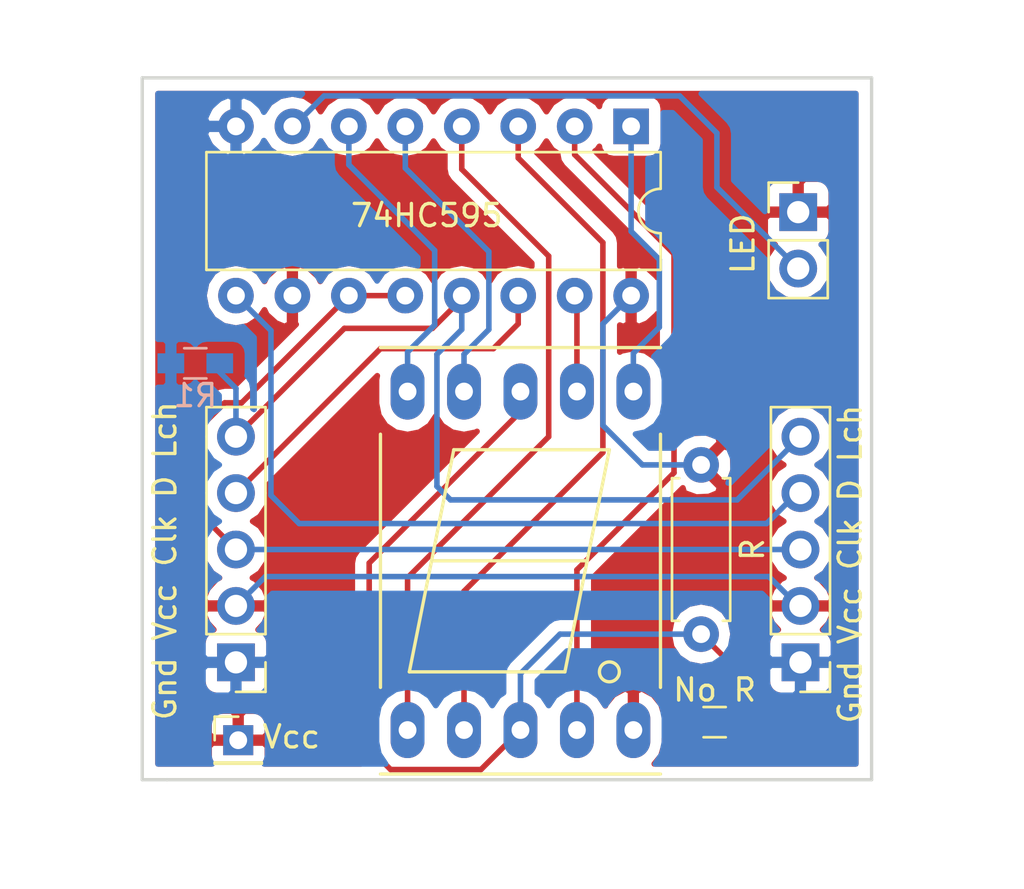
<source format=kicad_pcb>
(kicad_pcb (version 4) (host pcbnew 4.0.7)

  (general
    (links 30)
    (no_connects 0)
    (area 151.816999 75.362999 184.783801 107.110601)
    (thickness 1.6)
    (drawings 5)
    (tracks 88)
    (zones 0)
    (modules 9)
    (nets 16)
  )

  (page A4)
  (layers
    (0 F.Cu signal)
    (31 B.Cu signal)
    (32 B.Adhes user)
    (33 F.Adhes user)
    (34 B.Paste user)
    (35 F.Paste user)
    (36 B.SilkS user)
    (37 F.SilkS user)
    (38 B.Mask user)
    (39 F.Mask user)
    (40 Dwgs.User user)
    (41 Cmts.User user)
    (42 Eco1.User user)
    (43 Eco2.User user)
    (44 Edge.Cuts user)
    (45 Margin user)
    (46 B.CrtYd user)
    (47 F.CrtYd user)
    (48 B.Fab user)
    (49 F.Fab user)
  )

  (setup
    (last_trace_width 0.25)
    (trace_clearance 0.2)
    (zone_clearance 0.508)
    (zone_45_only no)
    (trace_min 0.2)
    (segment_width 0.2)
    (edge_width 0.15)
    (via_size 0.6)
    (via_drill 0.4)
    (via_min_size 0.4)
    (via_min_drill 0.3)
    (uvia_size 0.3)
    (uvia_drill 0.1)
    (uvias_allowed no)
    (uvia_min_size 0.2)
    (uvia_min_drill 0.1)
    (pcb_text_width 0.3)
    (pcb_text_size 1.5 1.5)
    (mod_edge_width 0.15)
    (mod_text_size 1 1)
    (mod_text_width 0.15)
    (pad_size 1.524 1.524)
    (pad_drill 0.762)
    (pad_to_mask_clearance 0.2)
    (aux_axis_origin 0 0)
    (visible_elements 7FFFFFFF)
    (pcbplotparams
      (layerselection 0x010fc_80000001)
      (usegerberextensions false)
      (excludeedgelayer true)
      (linewidth 0.100000)
      (plotframeref false)
      (viasonmask false)
      (mode 1)
      (useauxorigin false)
      (hpglpennumber 1)
      (hpglpenspeed 20)
      (hpglpendiameter 15)
      (hpglpenoverlay 2)
      (psnegative false)
      (psa4output false)
      (plotreference true)
      (plotvalue true)
      (plotinvisibletext false)
      (padsonsilk false)
      (subtractmaskfromsilk false)
      (outputformat 1)
      (mirror false)
      (drillshape 0)
      (scaleselection 1)
      (outputdirectory gerber/))
  )

  (net 0 "")
  (net 1 "Net-(J1-Pad3)")
  (net 2 Vcc)
  (net 3 GND)
  (net 4 "Net-(J2-Pad2)")
  (net 5 "Net-(J3-Pad4)")
  (net 6 "Net-(U1-Pad1)")
  (net 7 "Net-(U1-Pad2)")
  (net 8 "Net-(U1-Pad3)")
  (net 9 "Net-(U1-Pad4)")
  (net 10 "Net-(U1-Pad5)")
  (net 11 "Net-(U1-Pad6)")
  (net 12 "Net-(U1-Pad15)")
  (net 13 "Net-(J1-Pad4)")
  (net 14 "Net-(J1-Pad5)")
  (net 15 "Net-(R2-Pad2)")

  (net_class Default "This is the default net class."
    (clearance 0.2)
    (trace_width 0.25)
    (via_dia 0.6)
    (via_drill 0.4)
    (uvia_dia 0.3)
    (uvia_drill 0.1)
    (add_net GND)
    (add_net "Net-(J1-Pad3)")
    (add_net "Net-(J1-Pad4)")
    (add_net "Net-(J1-Pad5)")
    (add_net "Net-(J2-Pad2)")
    (add_net "Net-(J3-Pad4)")
    (add_net "Net-(R2-Pad2)")
    (add_net "Net-(U1-Pad1)")
    (add_net "Net-(U1-Pad15)")
    (add_net "Net-(U1-Pad2)")
    (add_net "Net-(U1-Pad3)")
    (add_net "Net-(U1-Pad4)")
    (add_net "Net-(U1-Pad5)")
    (add_net "Net-(U1-Pad6)")
    (add_net Vcc)
  )

  (module Socket_Strips:Socket_Strip_Straight_1x02_Pitch2.54mm (layer F.Cu) (tedit 5C0A1164) (tstamp 5C00CD56)
    (at 181.4068 81.4832)
    (descr "Through hole straight socket strip, 1x02, 2.54mm pitch, single row")
    (tags "Through hole socket strip THT 1x02 2.54mm single row")
    (path /5C0090F2)
    (fp_text reference LED (at -2.4892 1.4224 90) (layer F.SilkS)
      (effects (font (size 1 1) (thickness 0.15)))
    )
    (fp_text value Conn_01x02 (at 0 4.87) (layer F.Fab)
      (effects (font (size 1 1) (thickness 0.15)))
    )
    (fp_line (start -1.27 -1.27) (end -1.27 3.81) (layer F.Fab) (width 0.1))
    (fp_line (start -1.27 3.81) (end 1.27 3.81) (layer F.Fab) (width 0.1))
    (fp_line (start 1.27 3.81) (end 1.27 -1.27) (layer F.Fab) (width 0.1))
    (fp_line (start 1.27 -1.27) (end -1.27 -1.27) (layer F.Fab) (width 0.1))
    (fp_line (start -1.33 1.27) (end -1.33 3.87) (layer F.SilkS) (width 0.12))
    (fp_line (start -1.33 3.87) (end 1.33 3.87) (layer F.SilkS) (width 0.12))
    (fp_line (start 1.33 3.87) (end 1.33 1.27) (layer F.SilkS) (width 0.12))
    (fp_line (start 1.33 1.27) (end -1.33 1.27) (layer F.SilkS) (width 0.12))
    (fp_line (start -1.33 0) (end -1.33 -1.33) (layer F.SilkS) (width 0.12))
    (fp_line (start -1.33 -1.33) (end 0 -1.33) (layer F.SilkS) (width 0.12))
    (fp_line (start -1.8 -1.8) (end -1.8 4.35) (layer F.CrtYd) (width 0.05))
    (fp_line (start -1.8 4.35) (end 1.8 4.35) (layer F.CrtYd) (width 0.05))
    (fp_line (start 1.8 4.35) (end 1.8 -1.8) (layer F.CrtYd) (width 0.05))
    (fp_line (start 1.8 -1.8) (end -1.8 -1.8) (layer F.CrtYd) (width 0.05))
    (fp_text user %R (at 0 -2.33) (layer F.Fab)
      (effects (font (size 1 1) (thickness 0.15)))
    )
    (pad 1 thru_hole rect (at 0 0) (size 1.7 1.7) (drill 1) (layers *.Cu *.Mask)
      (net 2 Vcc))
    (pad 2 thru_hole oval (at 0 2.54) (size 1.7 1.7) (drill 1) (layers *.Cu *.Mask)
      (net 4 "Net-(J2-Pad2)"))
    (model ${KISYS3DMOD}/Socket_Strips.3dshapes/Socket_Strip_Straight_1x02_Pitch2.54mm.wrl
      (at (xyz 0 -0.05 0))
      (scale (xyz 1 1 1))
      (rotate (xyz 0 0 270))
    )
  )

  (module Socket_Strips:Socket_Strip_Straight_1x05_Pitch2.54mm (layer F.Cu) (tedit 5C0A113A) (tstamp 5C00CD5F)
    (at 181.5084 101.7524 180)
    (descr "Through hole straight socket strip, 1x05, 2.54mm pitch, single row")
    (tags "Through hole socket strip THT 1x05 2.54mm single row")
    (path /5C009174)
    (fp_text reference "Gnd Vcc Clk D Lch" (at -2.2352 4.4196 270) (layer F.SilkS)
      (effects (font (size 1 1) (thickness 0.15)))
    )
    (fp_text value Conn_01x05 (at 0 12.49 180) (layer F.Fab)
      (effects (font (size 1 1) (thickness 0.15)))
    )
    (fp_line (start -1.27 -1.27) (end -1.27 11.43) (layer F.Fab) (width 0.1))
    (fp_line (start -1.27 11.43) (end 1.27 11.43) (layer F.Fab) (width 0.1))
    (fp_line (start 1.27 11.43) (end 1.27 -1.27) (layer F.Fab) (width 0.1))
    (fp_line (start 1.27 -1.27) (end -1.27 -1.27) (layer F.Fab) (width 0.1))
    (fp_line (start -1.33 1.27) (end -1.33 11.49) (layer F.SilkS) (width 0.12))
    (fp_line (start -1.33 11.49) (end 1.33 11.49) (layer F.SilkS) (width 0.12))
    (fp_line (start 1.33 11.49) (end 1.33 1.27) (layer F.SilkS) (width 0.12))
    (fp_line (start 1.33 1.27) (end -1.33 1.27) (layer F.SilkS) (width 0.12))
    (fp_line (start -1.33 0) (end -1.33 -1.33) (layer F.SilkS) (width 0.12))
    (fp_line (start -1.33 -1.33) (end 0 -1.33) (layer F.SilkS) (width 0.12))
    (fp_line (start -1.8 -1.8) (end -1.8 11.95) (layer F.CrtYd) (width 0.05))
    (fp_line (start -1.8 11.95) (end 1.8 11.95) (layer F.CrtYd) (width 0.05))
    (fp_line (start 1.8 11.95) (end 1.8 -1.8) (layer F.CrtYd) (width 0.05))
    (fp_line (start 1.8 -1.8) (end -1.8 -1.8) (layer F.CrtYd) (width 0.05))
    (fp_text user %R (at 0 -2.33 180) (layer F.Fab)
      (effects (font (size 1 1) (thickness 0.15)))
    )
    (pad 1 thru_hole rect (at 0 0 180) (size 1.7 1.7) (drill 1) (layers *.Cu *.Mask)
      (net 3 GND))
    (pad 2 thru_hole oval (at 0 2.54 180) (size 1.7 1.7) (drill 1) (layers *.Cu *.Mask)
      (net 2 Vcc))
    (pad 3 thru_hole oval (at 0 5.08 180) (size 1.7 1.7) (drill 1) (layers *.Cu *.Mask)
      (net 1 "Net-(J1-Pad3)"))
    (pad 4 thru_hole oval (at 0 7.62 180) (size 1.7 1.7) (drill 1) (layers *.Cu *.Mask)
      (net 5 "Net-(J3-Pad4)"))
    (pad 5 thru_hole oval (at 0 10.16 180) (size 1.7 1.7) (drill 1) (layers *.Cu *.Mask)
      (net 14 "Net-(J1-Pad5)"))
    (model ${KISYS3DMOD}/Socket_Strips.3dshapes/Socket_Strip_Straight_1x05_Pitch2.54mm.wrl
      (at (xyz 0 -0.2 0))
      (scale (xyz 1 1 1))
      (rotate (xyz 0 0 270))
    )
  )

  (module Housings_DIP:DIP-16_W7.62mm (layer F.Cu) (tedit 5C0A1154) (tstamp 5C00CD79)
    (at 173.8884 77.6224 270)
    (descr "16-lead though-hole mounted DIP package, row spacing 7.62 mm (300 mils)")
    (tags "THT DIP DIL PDIP 2.54mm 7.62mm 300mil")
    (path /5C0090C1)
    (fp_text reference 74HC595 (at 4.0132 9.1948 360) (layer F.SilkS)
      (effects (font (size 1 1) (thickness 0.15)))
    )
    (fp_text value 74HC595 (at 3.81 20.11 270) (layer F.Fab)
      (effects (font (size 1 1) (thickness 0.15)))
    )
    (fp_arc (start 3.81 -1.33) (end 2.81 -1.33) (angle -180) (layer F.SilkS) (width 0.12))
    (fp_line (start 1.635 -1.27) (end 6.985 -1.27) (layer F.Fab) (width 0.1))
    (fp_line (start 6.985 -1.27) (end 6.985 19.05) (layer F.Fab) (width 0.1))
    (fp_line (start 6.985 19.05) (end 0.635 19.05) (layer F.Fab) (width 0.1))
    (fp_line (start 0.635 19.05) (end 0.635 -0.27) (layer F.Fab) (width 0.1))
    (fp_line (start 0.635 -0.27) (end 1.635 -1.27) (layer F.Fab) (width 0.1))
    (fp_line (start 2.81 -1.33) (end 1.16 -1.33) (layer F.SilkS) (width 0.12))
    (fp_line (start 1.16 -1.33) (end 1.16 19.11) (layer F.SilkS) (width 0.12))
    (fp_line (start 1.16 19.11) (end 6.46 19.11) (layer F.SilkS) (width 0.12))
    (fp_line (start 6.46 19.11) (end 6.46 -1.33) (layer F.SilkS) (width 0.12))
    (fp_line (start 6.46 -1.33) (end 4.81 -1.33) (layer F.SilkS) (width 0.12))
    (fp_line (start -1.1 -1.55) (end -1.1 19.3) (layer F.CrtYd) (width 0.05))
    (fp_line (start -1.1 19.3) (end 8.7 19.3) (layer F.CrtYd) (width 0.05))
    (fp_line (start 8.7 19.3) (end 8.7 -1.55) (layer F.CrtYd) (width 0.05))
    (fp_line (start 8.7 -1.55) (end -1.1 -1.55) (layer F.CrtYd) (width 0.05))
    (fp_text user %R (at 3.81 8.89 270) (layer F.Fab)
      (effects (font (size 1 1) (thickness 0.15)))
    )
    (pad 1 thru_hole rect (at 0 0 270) (size 1.6 1.6) (drill 0.8) (layers *.Cu *.Mask)
      (net 6 "Net-(U1-Pad1)"))
    (pad 9 thru_hole oval (at 7.62 17.78 270) (size 1.6 1.6) (drill 0.8) (layers *.Cu *.Mask)
      (net 5 "Net-(J3-Pad4)"))
    (pad 2 thru_hole oval (at 0 2.54 270) (size 1.6 1.6) (drill 0.8) (layers *.Cu *.Mask)
      (net 7 "Net-(U1-Pad2)"))
    (pad 10 thru_hole oval (at 7.62 15.24 270) (size 1.6 1.6) (drill 0.8) (layers *.Cu *.Mask)
      (net 2 Vcc))
    (pad 3 thru_hole oval (at 0 5.08 270) (size 1.6 1.6) (drill 0.8) (layers *.Cu *.Mask)
      (net 8 "Net-(U1-Pad3)"))
    (pad 11 thru_hole oval (at 7.62 12.7 270) (size 1.6 1.6) (drill 0.8) (layers *.Cu *.Mask)
      (net 1 "Net-(J1-Pad3)"))
    (pad 4 thru_hole oval (at 0 7.62 270) (size 1.6 1.6) (drill 0.8) (layers *.Cu *.Mask)
      (net 9 "Net-(U1-Pad4)"))
    (pad 12 thru_hole oval (at 7.62 10.16 270) (size 1.6 1.6) (drill 0.8) (layers *.Cu *.Mask)
      (net 1 "Net-(J1-Pad3)"))
    (pad 5 thru_hole oval (at 0 10.16 270) (size 1.6 1.6) (drill 0.8) (layers *.Cu *.Mask)
      (net 10 "Net-(U1-Pad5)"))
    (pad 13 thru_hole oval (at 7.62 7.62 270) (size 1.6 1.6) (drill 0.8) (layers *.Cu *.Mask)
      (net 14 "Net-(J1-Pad5)"))
    (pad 6 thru_hole oval (at 0 12.7 270) (size 1.6 1.6) (drill 0.8) (layers *.Cu *.Mask)
      (net 11 "Net-(U1-Pad6)"))
    (pad 14 thru_hole oval (at 7.62 5.08 270) (size 1.6 1.6) (drill 0.8) (layers *.Cu *.Mask)
      (net 13 "Net-(J1-Pad4)"))
    (pad 7 thru_hole oval (at 0 15.24 270) (size 1.6 1.6) (drill 0.8) (layers *.Cu *.Mask)
      (net 4 "Net-(J2-Pad2)"))
    (pad 15 thru_hole oval (at 7.62 2.54 270) (size 1.6 1.6) (drill 0.8) (layers *.Cu *.Mask)
      (net 12 "Net-(U1-Pad15)"))
    (pad 8 thru_hole oval (at 0 17.78 270) (size 1.6 1.6) (drill 0.8) (layers *.Cu *.Mask)
      (net 3 GND))
    (pad 16 thru_hole oval (at 7.62 0 270) (size 1.6 1.6) (drill 0.8) (layers *.Cu *.Mask)
      (net 2 Vcc))
    (model ${KISYS3DMOD}/Housings_DIP.3dshapes/DIP-16_W7.62mm.wrl
      (at (xyz 0 0 0))
      (scale (xyz 1 1 1))
      (rotate (xyz 0 0 0))
    )
  )

  (module Displays_7-Segment:7SegmentLED_LTS6760_LTS6780 (layer F.Cu) (tedit 5C0A1146) (tstamp 5C00CD87)
    (at 168.91 97.1804)
    (path /5C00908C)
    (fp_text reference U2 (at -9.5 -5.8) (layer F.SilkS) hide
      (effects (font (size 1 1) (thickness 0.15)))
    )
    (fp_text value 7SEGMENT_CA (at -0.4 12) (layer F.Fab)
      (effects (font (size 1 1) (thickness 0.15)))
    )
    (fp_circle (center 4 5) (end 4.4 5.2) (layer F.SilkS) (width 0.15))
    (fp_line (start -3 -5) (end -4 0) (layer F.SilkS) (width 0.15))
    (fp_line (start -4 0) (end -5 5) (layer F.SilkS) (width 0.15))
    (fp_line (start -5 5) (end 2 5) (layer F.SilkS) (width 0.15))
    (fp_line (start 2 5) (end 3 0) (layer F.SilkS) (width 0.15))
    (fp_line (start 4 -5) (end 3 0) (layer F.SilkS) (width 0.15))
    (fp_line (start 3 0) (end -4 0) (layer F.SilkS) (width 0.15))
    (fp_line (start -3 -5) (end 4 -5) (layer F.SilkS) (width 0.15))
    (fp_line (start 6.3 9.6) (end -6.3 9.6) (layer F.SilkS) (width 0.15))
    (fp_line (start -6.3 -5.7) (end -6.3 5.7) (layer F.SilkS) (width 0.15))
    (fp_line (start 6.3 -5.7) (end 6.3 5.7) (layer F.SilkS) (width 0.15))
    (fp_line (start -6.3 -9.6) (end 6.3 -9.6) (layer F.SilkS) (width 0.15))
    (pad 1 thru_hole oval (at -5.08 7.62) (size 1.524 2.524) (drill 0.8) (layers *.Cu *.Mask)
      (net 9 "Net-(U1-Pad4)"))
    (pad 2 thru_hole oval (at -2.54 7.62) (size 1.524 2.524) (drill 0.8) (layers *.Cu *.Mask)
      (net 8 "Net-(U1-Pad3)"))
    (pad 3 thru_hole oval (at 0 7.62) (size 1.524 2.524) (drill 0.8) (layers *.Cu *.Mask)
      (net 15 "Net-(R2-Pad2)"))
    (pad 4 thru_hole oval (at 2.54 7.62) (size 1.524 2.524) (drill 0.8) (layers *.Cu *.Mask)
      (net 7 "Net-(U1-Pad2)"))
    (pad 5 thru_hole oval (at 5.08 7.62) (size 1.524 2.524) (drill 0.8) (layers *.Cu *.Mask)
      (net 2 Vcc))
    (pad 6 thru_hole oval (at 5.08 -7.62) (size 1.524 2.524) (drill 0.8) (layers *.Cu *.Mask)
      (net 6 "Net-(U1-Pad1)"))
    (pad 7 thru_hole oval (at 2.54 -7.62) (size 1.524 2.524) (drill 0.8) (layers *.Cu *.Mask)
      (net 12 "Net-(U1-Pad15)"))
    (pad 8 thru_hole oval (at 0 -7.62) (size 1.524 2.524) (drill 0.8) (layers *.Cu *.Mask)
      (net 15 "Net-(R2-Pad2)"))
    (pad 9 thru_hole oval (at -2.54 -7.62) (size 1.524 2.524) (drill 0.8) (layers *.Cu *.Mask)
      (net 10 "Net-(U1-Pad5)"))
    (pad 10 thru_hole oval (at -5.08 -7.62) (size 1.524 2.524) (drill 0.8) (layers *.Cu *.Mask)
      (net 11 "Net-(U1-Pad6)"))
    (model Displays_7-Segment.3dshapes/7SegmentLED_LTS6760_LTS6780.wrl
      (at (xyz 0 0 0))
      (scale (xyz 0.3937 0.3937 0.3937))
      (rotate (xyz 0 0 0))
    )
  )

  (module Socket_Strips:Socket_Strip_Straight_1x05_Pitch2.54mm (layer F.Cu) (tedit 5C0A1129) (tstamp 5C00CFCC)
    (at 156.1084 101.7524 180)
    (descr "Through hole straight socket strip, 1x05, 2.54mm pitch, single row")
    (tags "Through hole socket strip THT 1x05 2.54mm single row")
    (path /5C009129)
    (fp_text reference "Gnd Vcc Clk D Lch" (at 3.2004 4.572 270) (layer F.SilkS)
      (effects (font (size 1 1) (thickness 0.15)))
    )
    (fp_text value Conn_01x05 (at 0 12.49 180) (layer F.Fab)
      (effects (font (size 1 1) (thickness 0.15)))
    )
    (fp_line (start -1.27 -1.27) (end -1.27 11.43) (layer F.Fab) (width 0.1))
    (fp_line (start -1.27 11.43) (end 1.27 11.43) (layer F.Fab) (width 0.1))
    (fp_line (start 1.27 11.43) (end 1.27 -1.27) (layer F.Fab) (width 0.1))
    (fp_line (start 1.27 -1.27) (end -1.27 -1.27) (layer F.Fab) (width 0.1))
    (fp_line (start -1.33 1.27) (end -1.33 11.49) (layer F.SilkS) (width 0.12))
    (fp_line (start -1.33 11.49) (end 1.33 11.49) (layer F.SilkS) (width 0.12))
    (fp_line (start 1.33 11.49) (end 1.33 1.27) (layer F.SilkS) (width 0.12))
    (fp_line (start 1.33 1.27) (end -1.33 1.27) (layer F.SilkS) (width 0.12))
    (fp_line (start -1.33 0) (end -1.33 -1.33) (layer F.SilkS) (width 0.12))
    (fp_line (start -1.33 -1.33) (end 0 -1.33) (layer F.SilkS) (width 0.12))
    (fp_line (start -1.8 -1.8) (end -1.8 11.95) (layer F.CrtYd) (width 0.05))
    (fp_line (start -1.8 11.95) (end 1.8 11.95) (layer F.CrtYd) (width 0.05))
    (fp_line (start 1.8 11.95) (end 1.8 -1.8) (layer F.CrtYd) (width 0.05))
    (fp_line (start 1.8 -1.8) (end -1.8 -1.8) (layer F.CrtYd) (width 0.05))
    (fp_text user %R (at 0 -2.33 180) (layer F.Fab)
      (effects (font (size 1 1) (thickness 0.15)))
    )
    (pad 1 thru_hole rect (at 0 0 180) (size 1.7 1.7) (drill 1) (layers *.Cu *.Mask)
      (net 3 GND))
    (pad 2 thru_hole oval (at 0 2.54 180) (size 1.7 1.7) (drill 1) (layers *.Cu *.Mask)
      (net 2 Vcc))
    (pad 3 thru_hole oval (at 0 5.08 180) (size 1.7 1.7) (drill 1) (layers *.Cu *.Mask)
      (net 1 "Net-(J1-Pad3)"))
    (pad 4 thru_hole oval (at 0 7.62 180) (size 1.7 1.7) (drill 1) (layers *.Cu *.Mask)
      (net 13 "Net-(J1-Pad4)"))
    (pad 5 thru_hole oval (at 0 10.16 180) (size 1.7 1.7) (drill 1) (layers *.Cu *.Mask)
      (net 14 "Net-(J1-Pad5)"))
    (model ${KISYS3DMOD}/Socket_Strips.3dshapes/Socket_Strip_Straight_1x05_Pitch2.54mm.wrl
      (at (xyz 0 -0.2 0))
      (scale (xyz 1 1 1))
      (rotate (xyz 0 0 270))
    )
  )

  (module Resistors_SMD:R_0603_HandSoldering (layer B.Cu) (tedit 5C0A1184) (tstamp 5C08D34B)
    (at 154.2796 88.2904)
    (descr "Resistor SMD 0603, hand soldering")
    (tags "resistor 0603")
    (path /5C00CE74)
    (attr smd)
    (fp_text reference R1 (at 0 1.45) (layer B.SilkS)
      (effects (font (size 1 1) (thickness 0.15)) (justify mirror))
    )
    (fp_text value "No Lch" (at 0 -1.55) (layer B.Fab)
      (effects (font (size 1 1) (thickness 0.15)) (justify mirror))
    )
    (fp_text user %R (at 0 0) (layer B.Fab)
      (effects (font (size 0.4 0.4) (thickness 0.075)) (justify mirror))
    )
    (fp_line (start -0.8 -0.4) (end -0.8 0.4) (layer B.Fab) (width 0.1))
    (fp_line (start 0.8 -0.4) (end -0.8 -0.4) (layer B.Fab) (width 0.1))
    (fp_line (start 0.8 0.4) (end 0.8 -0.4) (layer B.Fab) (width 0.1))
    (fp_line (start -0.8 0.4) (end 0.8 0.4) (layer B.Fab) (width 0.1))
    (fp_line (start 0.5 -0.68) (end -0.5 -0.68) (layer B.SilkS) (width 0.12))
    (fp_line (start -0.5 0.68) (end 0.5 0.68) (layer B.SilkS) (width 0.12))
    (fp_line (start -1.96 0.7) (end 1.95 0.7) (layer B.CrtYd) (width 0.05))
    (fp_line (start -1.96 0.7) (end -1.96 -0.7) (layer B.CrtYd) (width 0.05))
    (fp_line (start 1.95 -0.7) (end 1.95 0.7) (layer B.CrtYd) (width 0.05))
    (fp_line (start 1.95 -0.7) (end -1.96 -0.7) (layer B.CrtYd) (width 0.05))
    (pad 1 smd rect (at -1.1 0) (size 1.2 0.9) (layers B.Cu B.Paste B.Mask)
      (net 3 GND))
    (pad 2 smd rect (at 1.1 0) (size 1.2 0.9) (layers B.Cu B.Paste B.Mask)
      (net 14 "Net-(J1-Pad5)"))
    (model ${KISYS3DMOD}/Resistors_SMD.3dshapes/R_0603.wrl
      (at (xyz 0 0 0))
      (scale (xyz 1 1 1))
      (rotate (xyz 0 0 0))
    )
  )

  (module Resistors_THT:R_Axial_DIN0207_L6.3mm_D2.5mm_P7.62mm_Horizontal (layer F.Cu) (tedit 5C0A116A) (tstamp 5C08D361)
    (at 177.038 92.8624 270)
    (descr "Resistor, Axial_DIN0207 series, Axial, Horizontal, pin pitch=7.62mm, 0.25W = 1/4W, length*diameter=6.3*2.5mm^2, http://cdn-reichelt.de/documents/datenblatt/B400/1_4W%23YAG.pdf")
    (tags "Resistor Axial_DIN0207 series Axial Horizontal pin pitch 7.62mm 0.25W = 1/4W length 6.3mm diameter 2.5mm")
    (path /5C08D24F)
    (fp_text reference R (at 3.81 -2.31 270) (layer F.SilkS)
      (effects (font (size 1 1) (thickness 0.15)))
    )
    (fp_text value 50 (at 3.81 2.31 270) (layer F.Fab)
      (effects (font (size 1 1) (thickness 0.15)))
    )
    (fp_line (start 0.66 -1.25) (end 0.66 1.25) (layer F.Fab) (width 0.1))
    (fp_line (start 0.66 1.25) (end 6.96 1.25) (layer F.Fab) (width 0.1))
    (fp_line (start 6.96 1.25) (end 6.96 -1.25) (layer F.Fab) (width 0.1))
    (fp_line (start 6.96 -1.25) (end 0.66 -1.25) (layer F.Fab) (width 0.1))
    (fp_line (start 0 0) (end 0.66 0) (layer F.Fab) (width 0.1))
    (fp_line (start 7.62 0) (end 6.96 0) (layer F.Fab) (width 0.1))
    (fp_line (start 0.6 -0.98) (end 0.6 -1.31) (layer F.SilkS) (width 0.12))
    (fp_line (start 0.6 -1.31) (end 7.02 -1.31) (layer F.SilkS) (width 0.12))
    (fp_line (start 7.02 -1.31) (end 7.02 -0.98) (layer F.SilkS) (width 0.12))
    (fp_line (start 0.6 0.98) (end 0.6 1.31) (layer F.SilkS) (width 0.12))
    (fp_line (start 0.6 1.31) (end 7.02 1.31) (layer F.SilkS) (width 0.12))
    (fp_line (start 7.02 1.31) (end 7.02 0.98) (layer F.SilkS) (width 0.12))
    (fp_line (start -1.05 -1.6) (end -1.05 1.6) (layer F.CrtYd) (width 0.05))
    (fp_line (start -1.05 1.6) (end 8.7 1.6) (layer F.CrtYd) (width 0.05))
    (fp_line (start 8.7 1.6) (end 8.7 -1.6) (layer F.CrtYd) (width 0.05))
    (fp_line (start 8.7 -1.6) (end -1.05 -1.6) (layer F.CrtYd) (width 0.05))
    (pad 1 thru_hole circle (at 0 0 270) (size 1.6 1.6) (drill 0.8) (layers *.Cu *.Mask)
      (net 2 Vcc))
    (pad 2 thru_hole oval (at 7.62 0 270) (size 1.6 1.6) (drill 0.8) (layers *.Cu *.Mask)
      (net 15 "Net-(R2-Pad2)"))
    (model ${KISYS3DMOD}/Resistors_THT.3dshapes/R_Axial_DIN0207_L6.3mm_D2.5mm_P7.62mm_Horizontal.wrl
      (at (xyz 0 0 0))
      (scale (xyz 0.393701 0.393701 0.393701))
      (rotate (xyz 0 0 0))
    )
  )

  (module Resistors_SMD:R_0603_HandSoldering (layer F.Cu) (tedit 5C0A1179) (tstamp 5C08D372)
    (at 177.6476 104.4448)
    (descr "Resistor SMD 0603, hand soldering")
    (tags "resistor 0603")
    (path /5C08D2B6)
    (attr smd)
    (fp_text reference "No R" (at 0 -1.45) (layer F.SilkS)
      (effects (font (size 1 1) (thickness 0.15)))
    )
    (fp_text value 0 (at 0 1.55) (layer F.Fab)
      (effects (font (size 1 1) (thickness 0.15)))
    )
    (fp_text user %R (at 0 0) (layer F.Fab)
      (effects (font (size 0.4 0.4) (thickness 0.075)))
    )
    (fp_line (start -0.8 0.4) (end -0.8 -0.4) (layer F.Fab) (width 0.1))
    (fp_line (start 0.8 0.4) (end -0.8 0.4) (layer F.Fab) (width 0.1))
    (fp_line (start 0.8 -0.4) (end 0.8 0.4) (layer F.Fab) (width 0.1))
    (fp_line (start -0.8 -0.4) (end 0.8 -0.4) (layer F.Fab) (width 0.1))
    (fp_line (start 0.5 0.68) (end -0.5 0.68) (layer F.SilkS) (width 0.12))
    (fp_line (start -0.5 -0.68) (end 0.5 -0.68) (layer F.SilkS) (width 0.12))
    (fp_line (start -1.96 -0.7) (end 1.95 -0.7) (layer F.CrtYd) (width 0.05))
    (fp_line (start -1.96 -0.7) (end -1.96 0.7) (layer F.CrtYd) (width 0.05))
    (fp_line (start 1.95 0.7) (end 1.95 -0.7) (layer F.CrtYd) (width 0.05))
    (fp_line (start 1.95 0.7) (end -1.96 0.7) (layer F.CrtYd) (width 0.05))
    (pad 1 smd rect (at -1.1 0) (size 1.2 0.9) (layers F.Cu F.Paste F.Mask)
      (net 2 Vcc))
    (pad 2 smd rect (at 1.1 0) (size 1.2 0.9) (layers F.Cu F.Paste F.Mask)
      (net 15 "Net-(R2-Pad2)"))
    (model ${KISYS3DMOD}/Resistors_SMD.3dshapes/R_0603.wrl
      (at (xyz 0 0 0))
      (scale (xyz 1 1 1))
      (rotate (xyz 0 0 0))
    )
  )

  (module Pin_Headers:Pin_Header_Straight_1x01_Pitch2.00mm (layer F.Cu) (tedit 5C0A111A) (tstamp 5C08D6AE)
    (at 156.21 105.2576)
    (descr "Through hole straight pin header, 1x01, 2.00mm pitch, single row")
    (tags "Through hole pin header THT 1x01 2.00mm single row")
    (path /5C08D675)
    (fp_text reference Vcc (at 2.3876 -0.1524) (layer F.SilkS)
      (effects (font (size 1 1) (thickness 0.15)))
    )
    (fp_text value Conn_01x01 (at 0 2.06) (layer F.Fab)
      (effects (font (size 1 1) (thickness 0.15)))
    )
    (fp_line (start -0.5 -1) (end 1 -1) (layer F.Fab) (width 0.1))
    (fp_line (start 1 -1) (end 1 1) (layer F.Fab) (width 0.1))
    (fp_line (start 1 1) (end -1 1) (layer F.Fab) (width 0.1))
    (fp_line (start -1 1) (end -1 -0.5) (layer F.Fab) (width 0.1))
    (fp_line (start -1 -0.5) (end -0.5 -1) (layer F.Fab) (width 0.1))
    (fp_line (start -1.06 1.06) (end 1.06 1.06) (layer F.SilkS) (width 0.12))
    (fp_line (start -1.06 1) (end -1.06 1.06) (layer F.SilkS) (width 0.12))
    (fp_line (start 1.06 1) (end 1.06 1.06) (layer F.SilkS) (width 0.12))
    (fp_line (start -1.06 1) (end 1.06 1) (layer F.SilkS) (width 0.12))
    (fp_line (start -1.06 0) (end -1.06 -1.06) (layer F.SilkS) (width 0.12))
    (fp_line (start -1.06 -1.06) (end 0 -1.06) (layer F.SilkS) (width 0.12))
    (fp_line (start -1.5 -1.5) (end -1.5 1.5) (layer F.CrtYd) (width 0.05))
    (fp_line (start -1.5 1.5) (end 1.5 1.5) (layer F.CrtYd) (width 0.05))
    (fp_line (start 1.5 1.5) (end 1.5 -1.5) (layer F.CrtYd) (width 0.05))
    (fp_line (start 1.5 -1.5) (end -1.5 -1.5) (layer F.CrtYd) (width 0.05))
    (fp_text user %R (at 0 0 90) (layer F.Fab)
      (effects (font (size 1 1) (thickness 0.15)))
    )
    (pad 1 thru_hole rect (at 0 0) (size 1.35 1.35) (drill 0.8) (layers *.Cu *.Mask)
      (net 2 Vcc))
    (model ${KISYS3DMOD}/Pin_Headers.3dshapes/Pin_Header_Straight_1x01_Pitch2.00mm.wrl
      (at (xyz 0 0 0))
      (scale (xyz 1 1 1))
      (rotate (xyz 0 0 0))
    )
  )

  (gr_line (start 151.892 107.0356) (end 151.892 75.438) (angle 90) (layer Edge.Cuts) (width 0.15))
  (gr_line (start 153.0096 107.0356) (end 151.892 107.0356) (angle 90) (layer Edge.Cuts) (width 0.15))
  (gr_line (start 184.7088 107.0356) (end 153.0096 107.0356) (angle 90) (layer Edge.Cuts) (width 0.15))
  (gr_line (start 184.7088 75.438) (end 184.7088 107.0356) (angle 90) (layer Edge.Cuts) (width 0.15))
  (gr_line (start 151.892 75.438) (end 184.7088 75.438) (angle 90) (layer Edge.Cuts) (width 0.15))

  (segment (start 181.5084 96.6724) (end 156.1084 96.6724) (width 0.25) (layer B.Cu) (net 1))
  (segment (start 163.7284 85.2424) (end 161.1884 85.2424) (width 0.25) (layer F.Cu) (net 1))
  (segment (start 161.1884 85.2424) (end 156.3624 90.0684) (width 0.25) (layer F.Cu) (net 1) (tstamp 5C00D087))
  (segment (start 156.3624 90.0684) (end 155.6004 90.0684) (width 0.25) (layer F.Cu) (net 1) (tstamp 5C00D088))
  (segment (start 155.6004 90.0684) (end 154.2796 91.3892) (width 0.25) (layer F.Cu) (net 1) (tstamp 5C00D08D))
  (segment (start 154.2796 91.3892) (end 154.2796 94.8436) (width 0.25) (layer F.Cu) (net 1) (tstamp 5C00D08E))
  (segment (start 154.2796 94.8436) (end 156.1084 96.6724) (width 0.25) (layer F.Cu) (net 1) (tstamp 5C00D091))
  (segment (start 181.5084 99.2124) (end 181.4068 99.2124) (width 0.25) (layer B.Cu) (net 2))
  (segment (start 181.4068 99.2124) (end 180.086 97.8916) (width 0.25) (layer B.Cu) (net 2) (tstamp 5C08D465))
  (segment (start 180.086 97.8916) (end 157.4292 97.8916) (width 0.25) (layer B.Cu) (net 2) (tstamp 5C08D468))
  (segment (start 157.4292 97.8916) (end 156.1084 99.2124) (width 0.25) (layer B.Cu) (net 2) (tstamp 5C08D46D))
  (segment (start 177.038 92.8624) (end 174.3964 92.8624) (width 0.25) (layer B.Cu) (net 2))
  (segment (start 172.6184 86.5124) (end 173.8884 85.2424) (width 0.25) (layer B.Cu) (net 2) (tstamp 5C08D45A))
  (segment (start 172.6184 91.0844) (end 172.6184 86.5124) (width 0.25) (layer B.Cu) (net 2) (tstamp 5C08D458))
  (segment (start 174.3964 92.8624) (end 172.6184 91.0844) (width 0.25) (layer B.Cu) (net 2) (tstamp 5C08D456))
  (segment (start 158.6484 77.6224) (end 158.6992 77.6224) (width 0.25) (layer B.Cu) (net 4))
  (segment (start 158.6992 77.6224) (end 160.0708 76.2508) (width 0.25) (layer B.Cu) (net 4) (tstamp 5C00D275))
  (segment (start 160.0708 76.2508) (end 176.0728 76.2508) (width 0.25) (layer B.Cu) (net 4) (tstamp 5C00D278))
  (segment (start 176.0728 76.2508) (end 177.7492 77.9272) (width 0.25) (layer B.Cu) (net 4) (tstamp 5C00D27C))
  (segment (start 177.7492 77.9272) (end 177.7492 80.3656) (width 0.25) (layer B.Cu) (net 4) (tstamp 5C00D27F))
  (segment (start 177.7492 80.3656) (end 181.4068 84.0232) (width 0.25) (layer B.Cu) (net 4) (tstamp 5C00D283))
  (segment (start 181.5084 94.1324) (end 181.356 94.1324) (width 0.25) (layer B.Cu) (net 5))
  (segment (start 181.356 94.1324) (end 179.9844 95.504) (width 0.25) (layer B.Cu) (net 5) (tstamp 5C08D381))
  (segment (start 179.9844 95.504) (end 158.9532 95.504) (width 0.25) (layer B.Cu) (net 5) (tstamp 5C08D382))
  (segment (start 158.9532 95.504) (end 157.6832 94.234) (width 0.25) (layer B.Cu) (net 5) (tstamp 5C08D384))
  (segment (start 157.6832 94.234) (end 157.6832 86.8172) (width 0.25) (layer B.Cu) (net 5) (tstamp 5C08D385))
  (segment (start 157.6832 86.8172) (end 156.1084 85.2424) (width 0.25) (layer B.Cu) (net 5) (tstamp 5C08D387))
  (segment (start 156.1084 85.2424) (end 156.1084 85.9028) (width 0.25) (layer B.Cu) (net 5))
  (segment (start 173.99 89.5604) (end 173.99 87.8332) (width 0.25) (layer B.Cu) (net 6))
  (segment (start 173.8884 82.3468) (end 173.8884 77.6224) (width 0.25) (layer B.Cu) (net 6) (tstamp 5C00D0E0))
  (segment (start 175.1584 83.6168) (end 173.8884 82.3468) (width 0.25) (layer B.Cu) (net 6) (tstamp 5C00D0DE))
  (segment (start 175.1584 86.6648) (end 175.1584 83.6168) (width 0.25) (layer B.Cu) (net 6) (tstamp 5C00D0DC))
  (segment (start 173.99 87.8332) (end 175.1584 86.6648) (width 0.25) (layer B.Cu) (net 6) (tstamp 5C00D0D9))
  (segment (start 171.3484 77.6224) (end 171.3484 78.8924) (width 0.25) (layer F.Cu) (net 7))
  (segment (start 171.45 97.5868) (end 171.45 104.8004) (width 0.25) (layer F.Cu) (net 7) (tstamp 5C00D0CC))
  (segment (start 175.8188 93.218) (end 171.45 97.5868) (width 0.25) (layer F.Cu) (net 7) (tstamp 5C00D0C8))
  (segment (start 175.8188 83.3628) (end 175.8188 93.218) (width 0.25) (layer F.Cu) (net 7) (tstamp 5C00D0C6))
  (segment (start 171.3484 78.8924) (end 175.8188 83.3628) (width 0.25) (layer F.Cu) (net 7) (tstamp 5C00D0BF))
  (segment (start 168.8084 77.6224) (end 168.8084 79.0448) (width 0.25) (layer F.Cu) (net 8))
  (segment (start 166.37 98.552) (end 166.37 104.8004) (width 0.25) (layer F.Cu) (net 8) (tstamp 5C00D0B9))
  (segment (start 172.6184 92.3036) (end 166.37 98.552) (width 0.25) (layer F.Cu) (net 8) (tstamp 5C00D0B6))
  (segment (start 172.6184 82.8548) (end 172.6184 92.3036) (width 0.25) (layer F.Cu) (net 8) (tstamp 5C00D0B3))
  (segment (start 168.8084 79.0448) (end 172.6184 82.8548) (width 0.25) (layer F.Cu) (net 8) (tstamp 5C00D0B1))
  (segment (start 166.2684 77.6224) (end 166.2684 79.5528) (width 0.25) (layer F.Cu) (net 9))
  (segment (start 163.83 97.9424) (end 163.83 104.8004) (width 0.25) (layer F.Cu) (net 9) (tstamp 5C00D0AD))
  (segment (start 170.18 91.5924) (end 163.83 97.9424) (width 0.25) (layer F.Cu) (net 9) (tstamp 5C00D0AA))
  (segment (start 170.18 83.4644) (end 170.18 91.5924) (width 0.25) (layer F.Cu) (net 9) (tstamp 5C00D0A5))
  (segment (start 166.2684 79.5528) (end 170.18 83.4644) (width 0.25) (layer F.Cu) (net 9) (tstamp 5C00D0A2))
  (segment (start 166.37 89.5604) (end 166.37 87.884) (width 0.25) (layer B.Cu) (net 10))
  (segment (start 163.7284 79.502) (end 163.7284 77.6224) (width 0.25) (layer B.Cu) (net 10) (tstamp 5C00CED2))
  (segment (start 167.4876 83.2612) (end 163.7284 79.502) (width 0.25) (layer B.Cu) (net 10) (tstamp 5C00CED0))
  (segment (start 167.4876 86.7664) (end 167.4876 83.2612) (width 0.25) (layer B.Cu) (net 10) (tstamp 5C00CECB))
  (segment (start 166.37 87.884) (end 167.4876 86.7664) (width 0.25) (layer B.Cu) (net 10) (tstamp 5C00CEC7))
  (segment (start 163.83 89.5604) (end 163.83 87.7824) (width 0.25) (layer B.Cu) (net 11))
  (segment (start 161.1884 79.3496) (end 161.1884 77.6224) (width 0.25) (layer B.Cu) (net 11) (tstamp 5C00CEC1))
  (segment (start 165.0492 83.2104) (end 161.1884 79.3496) (width 0.25) (layer B.Cu) (net 11) (tstamp 5C00CEBF))
  (segment (start 165.0492 86.5632) (end 165.0492 83.2104) (width 0.25) (layer B.Cu) (net 11) (tstamp 5C00CEBD))
  (segment (start 163.83 87.7824) (end 165.0492 86.5632) (width 0.25) (layer B.Cu) (net 11) (tstamp 5C00CEBB))
  (segment (start 171.45 89.5604) (end 171.45 85.344) (width 0.25) (layer F.Cu) (net 12))
  (segment (start 171.45 85.344) (end 171.3484 85.2424) (width 0.25) (layer F.Cu) (net 12) (tstamp 5C00D0D3))
  (segment (start 168.8084 85.2424) (end 168.8084 86.5124) (width 0.25) (layer F.Cu) (net 13))
  (segment (start 162.6108 87.63) (end 156.1084 94.1324) (width 0.25) (layer F.Cu) (net 13) (tstamp 5C00D07B))
  (segment (start 167.6908 87.63) (end 162.6108 87.63) (width 0.25) (layer F.Cu) (net 13) (tstamp 5C00D078))
  (segment (start 168.8084 86.5124) (end 167.6908 87.63) (width 0.25) (layer F.Cu) (net 13) (tstamp 5C00D076))
  (segment (start 181.5084 91.5924) (end 178.6636 94.4372) (width 0.25) (layer B.Cu) (net 14))
  (segment (start 166.2684 86.7664) (end 166.2684 85.2424) (width 0.25) (layer B.Cu) (net 14) (tstamp 5C08D391))
  (segment (start 165.1508 87.884) (end 166.2684 86.7664) (width 0.25) (layer B.Cu) (net 14) (tstamp 5C08D38F))
  (segment (start 165.1508 93.8276) (end 165.1508 87.884) (width 0.25) (layer B.Cu) (net 14) (tstamp 5C08D38E))
  (segment (start 165.7604 94.4372) (end 165.1508 93.8276) (width 0.25) (layer B.Cu) (net 14) (tstamp 5C08D38D))
  (segment (start 178.6636 94.4372) (end 165.7604 94.4372) (width 0.25) (layer B.Cu) (net 14) (tstamp 5C08D38C))
  (segment (start 156.1084 91.5924) (end 156.1084 89.42) (width 0.25) (layer B.Cu) (net 14))
  (segment (start 156.1084 89.42) (end 155.0804 88.392) (width 0.25) (layer B.Cu) (net 14) (tstamp 5C00D110))
  (segment (start 166.2684 85.2424) (end 166.2684 85.3948) (width 0.25) (layer F.Cu) (net 14))
  (segment (start 166.2684 85.3948) (end 164.9476 86.7156) (width 0.25) (layer F.Cu) (net 14) (tstamp 5C00D080))
  (segment (start 160.9852 86.7156) (end 156.1084 91.5924) (width 0.25) (layer F.Cu) (net 14) (tstamp 5C00D083))
  (segment (start 164.9476 86.7156) (end 160.9852 86.7156) (width 0.25) (layer F.Cu) (net 14) (tstamp 5C00D081))
  (segment (start 178.7476 104.4448) (end 178.7476 102.192) (width 0.25) (layer F.Cu) (net 15))
  (segment (start 178.7476 102.192) (end 177.038 100.4824) (width 0.25) (layer F.Cu) (net 15) (tstamp 5C08D44B))
  (segment (start 177.038 100.4824) (end 170.688 100.4824) (width 0.25) (layer B.Cu) (net 15))
  (segment (start 168.91 102.2604) (end 168.91 104.8004) (width 0.25) (layer B.Cu) (net 15) (tstamp 5C08D446))
  (segment (start 170.688 100.4824) (end 168.91 102.2604) (width 0.25) (layer B.Cu) (net 15) (tstamp 5C08D444))
  (segment (start 168.91 89.5604) (end 168.91 90.4748) (width 0.25) (layer F.Cu) (net 15))
  (segment (start 168.91 90.4748) (end 162.1028 97.282) (width 0.25) (layer F.Cu) (net 15) (tstamp 5C08D43B))
  (segment (start 167.132 106.5784) (end 168.91 104.8004) (width 0.25) (layer F.Cu) (net 15) (tstamp 5C08D440))
  (segment (start 163.068 106.5784) (end 167.132 106.5784) (width 0.25) (layer F.Cu) (net 15) (tstamp 5C08D43F))
  (segment (start 162.1028 105.6132) (end 163.068 106.5784) (width 0.25) (layer F.Cu) (net 15) (tstamp 5C08D43E))
  (segment (start 162.1028 97.282) (end 162.1028 105.6132) (width 0.25) (layer F.Cu) (net 15) (tstamp 5C08D43C))
  (segment (start 168.91 89.5604) (end 168.91 89.0016) (width 0.25) (layer B.Cu) (net 15))

  (zone (net 2) (net_name Vcc) (layer F.Cu) (tstamp 5C00CE57) (hatch edge 0.508)
    (connect_pads (clearance 0.508))
    (min_thickness 0.254)
    (fill yes (arc_segments 16) (thermal_gap 0.508) (thermal_bridge_width 0.508))
    (polygon
      (pts
        (xy 145.4912 73.3552) (xy 145.5928 111.8616) (xy 189.5348 111.9632) (xy 191.5668 71.9328) (xy 146.4564 73.3552)
      )
    )
    (filled_polygon
      (pts
        (xy 183.9988 106.3256) (xy 174.930399 106.3256) (xy 175.232059 105.952341) (xy 175.387 105.4274) (xy 175.387 105.200727)
        (xy 175.409273 105.254499) (xy 175.587902 105.433127) (xy 175.821291 105.5298) (xy 176.26185 105.5298) (xy 176.4206 105.37105)
        (xy 176.4206 104.5718) (xy 176.4006 104.5718) (xy 176.4006 104.3178) (xy 176.4206 104.3178) (xy 176.4206 103.51855)
        (xy 176.26185 103.3598) (xy 175.821291 103.3598) (xy 175.587902 103.456473) (xy 175.409273 103.635101) (xy 175.3126 103.86849)
        (xy 175.3126 103.921332) (xy 175.232059 103.648459) (xy 174.888026 103.22277) (xy 174.407277 102.96114) (xy 174.33307 102.94618)
        (xy 174.117 103.06868) (xy 174.117 104.6734) (xy 174.137 104.6734) (xy 174.137 104.9274) (xy 174.117 104.9274)
        (xy 174.117 104.9474) (xy 173.863 104.9474) (xy 173.863 104.9274) (xy 173.843 104.9274) (xy 173.843 104.6734)
        (xy 173.863 104.6734) (xy 173.863 103.06868) (xy 173.64693 102.94618) (xy 173.572723 102.96114) (xy 173.091974 103.22277)
        (xy 172.747941 103.648459) (xy 172.729298 103.711622) (xy 172.437828 103.275408) (xy 172.21 103.123178) (xy 172.21 100.454287)
        (xy 175.603 100.454287) (xy 175.603 100.510513) (xy 175.712233 101.059664) (xy 176.023302 101.525211) (xy 176.488849 101.83628)
        (xy 177.038 101.945513) (xy 177.361886 101.881088) (xy 177.9876 102.506803) (xy 177.9876 103.377466) (xy 177.912283 103.391638)
        (xy 177.696159 103.53071) (xy 177.649631 103.598806) (xy 177.507298 103.456473) (xy 177.273909 103.3598) (xy 176.83335 103.3598)
        (xy 176.6746 103.51855) (xy 176.6746 104.3178) (xy 176.6946 104.3178) (xy 176.6946 104.5718) (xy 176.6746 104.5718)
        (xy 176.6746 105.37105) (xy 176.83335 105.5298) (xy 177.273909 105.5298) (xy 177.507298 105.433127) (xy 177.648536 105.29189)
        (xy 177.68351 105.346241) (xy 177.89571 105.491231) (xy 178.1476 105.54224) (xy 179.3476 105.54224) (xy 179.582917 105.497962)
        (xy 179.799041 105.35889) (xy 179.944031 105.14669) (xy 179.99504 104.8948) (xy 179.99504 103.9948) (xy 179.950762 103.759483)
        (xy 179.81169 103.543359) (xy 179.59949 103.398369) (xy 179.5076 103.379761) (xy 179.5076 102.192) (xy 179.449748 101.901161)
        (xy 179.406396 101.83628) (xy 179.285002 101.654599) (xy 178.532803 100.9024) (xy 180.01096 100.9024) (xy 180.01096 102.6024)
        (xy 180.055238 102.837717) (xy 180.19431 103.053841) (xy 180.40651 103.198831) (xy 180.6584 103.24984) (xy 182.3584 103.24984)
        (xy 182.593717 103.205562) (xy 182.809841 103.06649) (xy 182.954831 102.85429) (xy 183.00584 102.6024) (xy 183.00584 100.9024)
        (xy 182.961562 100.667083) (xy 182.82249 100.450959) (xy 182.61029 100.305969) (xy 182.502293 100.284099) (xy 182.780045 99.979324)
        (xy 182.949876 99.56929) (xy 182.828555 99.3394) (xy 181.6354 99.3394) (xy 181.6354 99.3594) (xy 181.3814 99.3594)
        (xy 181.3814 99.3394) (xy 180.188245 99.3394) (xy 180.066924 99.56929) (xy 180.236755 99.979324) (xy 180.512901 100.282337)
        (xy 180.423083 100.299238) (xy 180.206959 100.43831) (xy 180.061969 100.65051) (xy 180.01096 100.9024) (xy 178.532803 100.9024)
        (xy 178.417904 100.787501) (xy 178.473 100.510513) (xy 178.473 100.454287) (xy 178.363767 99.905136) (xy 178.052698 99.439589)
        (xy 177.587151 99.12852) (xy 177.038 99.019287) (xy 176.488849 99.12852) (xy 176.023302 99.439589) (xy 175.712233 99.905136)
        (xy 175.603 100.454287) (xy 172.21 100.454287) (xy 172.21 97.901602) (xy 176.217175 93.894427) (xy 176.283995 94.116264)
        (xy 176.821223 94.309365) (xy 177.391454 94.282178) (xy 177.792005 94.116264) (xy 177.866139 93.870145) (xy 177.038 93.042005)
        (xy 177.023858 93.056148) (xy 176.844253 92.876543) (xy 176.858395 92.8624) (xy 177.217605 92.8624) (xy 178.045745 93.690539)
        (xy 178.291864 93.616405) (xy 178.484965 93.079177) (xy 178.457778 92.508946) (xy 178.291864 92.108395) (xy 178.045745 92.034261)
        (xy 177.217605 92.8624) (xy 176.858395 92.8624) (xy 176.844253 92.848258) (xy 177.023858 92.668652) (xy 177.038 92.682795)
        (xy 177.866139 91.854655) (xy 177.792005 91.608536) (xy 177.747113 91.5924) (xy 179.994307 91.5924) (xy 180.107346 92.160685)
        (xy 180.429253 92.642454) (xy 180.758426 92.8624) (xy 180.429253 93.082346) (xy 180.107346 93.564115) (xy 179.994307 94.1324)
        (xy 180.107346 94.700685) (xy 180.429253 95.182454) (xy 180.758426 95.4024) (xy 180.429253 95.622346) (xy 180.107346 96.104115)
        (xy 179.994307 96.6724) (xy 180.107346 97.240685) (xy 180.429253 97.722454) (xy 180.769953 97.950102) (xy 180.627042 98.017217)
        (xy 180.236755 98.445476) (xy 180.066924 98.85551) (xy 180.188245 99.0854) (xy 181.3814 99.0854) (xy 181.3814 99.0654)
        (xy 181.6354 99.0654) (xy 181.6354 99.0854) (xy 182.828555 99.0854) (xy 182.949876 98.85551) (xy 182.780045 98.445476)
        (xy 182.389758 98.017217) (xy 182.246847 97.950102) (xy 182.587547 97.722454) (xy 182.909454 97.240685) (xy 183.022493 96.6724)
        (xy 182.909454 96.104115) (xy 182.587547 95.622346) (xy 182.258374 95.4024) (xy 182.587547 95.182454) (xy 182.909454 94.700685)
        (xy 183.022493 94.1324) (xy 182.909454 93.564115) (xy 182.587547 93.082346) (xy 182.258374 92.8624) (xy 182.587547 92.642454)
        (xy 182.909454 92.160685) (xy 183.022493 91.5924) (xy 182.909454 91.024115) (xy 182.587547 90.542346) (xy 182.105778 90.220439)
        (xy 181.537493 90.1074) (xy 181.479307 90.1074) (xy 180.911022 90.220439) (xy 180.429253 90.542346) (xy 180.107346 91.024115)
        (xy 179.994307 91.5924) (xy 177.747113 91.5924) (xy 177.254777 91.415435) (xy 176.684546 91.442622) (xy 176.5788 91.486424)
        (xy 176.5788 84.0232) (xy 179.892707 84.0232) (xy 180.005746 84.591485) (xy 180.327653 85.073254) (xy 180.809422 85.395161)
        (xy 181.377707 85.5082) (xy 181.435893 85.5082) (xy 182.004178 85.395161) (xy 182.485947 85.073254) (xy 182.807854 84.591485)
        (xy 182.920893 84.0232) (xy 182.807854 83.454915) (xy 182.485947 82.973146) (xy 182.442023 82.943797) (xy 182.616498 82.871527)
        (xy 182.795127 82.692899) (xy 182.8918 82.45951) (xy 182.8918 81.76895) (xy 182.73305 81.6102) (xy 181.5338 81.6102)
        (xy 181.5338 81.6302) (xy 181.2798 81.6302) (xy 181.2798 81.6102) (xy 180.08055 81.6102) (xy 179.9218 81.76895)
        (xy 179.9218 82.45951) (xy 180.018473 82.692899) (xy 180.197102 82.871527) (xy 180.371577 82.943797) (xy 180.327653 82.973146)
        (xy 180.005746 83.454915) (xy 179.892707 84.0232) (xy 176.5788 84.0232) (xy 176.5788 83.3628) (xy 176.520948 83.071961)
        (xy 176.520948 83.07196) (xy 176.356201 82.825399) (xy 174.037692 80.50689) (xy 179.9218 80.50689) (xy 179.9218 81.19745)
        (xy 180.08055 81.3562) (xy 181.2798 81.3562) (xy 181.2798 80.15695) (xy 181.5338 80.15695) (xy 181.5338 81.3562)
        (xy 182.73305 81.3562) (xy 182.8918 81.19745) (xy 182.8918 80.50689) (xy 182.795127 80.273501) (xy 182.616498 80.094873)
        (xy 182.383109 79.9982) (xy 181.69255 79.9982) (xy 181.5338 80.15695) (xy 181.2798 80.15695) (xy 181.12105 79.9982)
        (xy 180.430491 79.9982) (xy 180.197102 80.094873) (xy 180.018473 80.273501) (xy 179.9218 80.50689) (xy 174.037692 80.50689)
        (xy 172.262938 78.732136) (xy 172.363098 78.665211) (xy 172.459501 78.520935) (xy 172.485238 78.657717) (xy 172.62431 78.873841)
        (xy 172.83651 79.018831) (xy 173.0884 79.06984) (xy 174.6884 79.06984) (xy 174.923717 79.025562) (xy 175.139841 78.88649)
        (xy 175.284831 78.67429) (xy 175.33584 78.4224) (xy 175.33584 76.8224) (xy 175.291562 76.587083) (xy 175.15249 76.370959)
        (xy 174.94029 76.225969) (xy 174.6884 76.17496) (xy 173.0884 76.17496) (xy 172.853083 76.219238) (xy 172.636959 76.35831)
        (xy 172.491969 76.57051) (xy 172.460585 76.725489) (xy 172.363098 76.579589) (xy 171.897551 76.26852) (xy 171.3484 76.159287)
        (xy 170.799249 76.26852) (xy 170.333702 76.579589) (xy 170.0784 76.961675) (xy 169.823098 76.579589) (xy 169.357551 76.26852)
        (xy 168.8084 76.159287) (xy 168.259249 76.26852) (xy 167.793702 76.579589) (xy 167.5384 76.961675) (xy 167.283098 76.579589)
        (xy 166.817551 76.26852) (xy 166.2684 76.159287) (xy 165.719249 76.26852) (xy 165.253702 76.579589) (xy 164.9984 76.961675)
        (xy 164.743098 76.579589) (xy 164.277551 76.26852) (xy 163.7284 76.159287) (xy 163.179249 76.26852) (xy 162.713702 76.579589)
        (xy 162.4584 76.961675) (xy 162.203098 76.579589) (xy 161.737551 76.26852) (xy 161.1884 76.159287) (xy 160.639249 76.26852)
        (xy 160.173702 76.579589) (xy 159.9184 76.961675) (xy 159.663098 76.579589) (xy 159.197551 76.26852) (xy 158.6484 76.159287)
        (xy 158.099249 76.26852) (xy 157.633702 76.579589) (xy 157.3784 76.961675) (xy 157.123098 76.579589) (xy 156.657551 76.26852)
        (xy 156.1084 76.159287) (xy 155.559249 76.26852) (xy 155.093702 76.579589) (xy 154.782633 77.045136) (xy 154.6734 77.594287)
        (xy 154.6734 77.650513) (xy 154.782633 78.199664) (xy 155.093702 78.665211) (xy 155.559249 78.97628) (xy 156.1084 79.085513)
        (xy 156.657551 78.97628) (xy 157.123098 78.665211) (xy 157.3784 78.283125) (xy 157.633702 78.665211) (xy 158.099249 78.97628)
        (xy 158.6484 79.085513) (xy 159.197551 78.97628) (xy 159.663098 78.665211) (xy 159.9184 78.283125) (xy 160.173702 78.665211)
        (xy 160.639249 78.97628) (xy 161.1884 79.085513) (xy 161.737551 78.97628) (xy 162.203098 78.665211) (xy 162.4584 78.283125)
        (xy 162.713702 78.665211) (xy 163.179249 78.97628) (xy 163.7284 79.085513) (xy 164.277551 78.97628) (xy 164.743098 78.665211)
        (xy 164.9984 78.283125) (xy 165.253702 78.665211) (xy 165.5084 78.835395) (xy 165.5084 79.5528) (xy 165.566252 79.843639)
        (xy 165.730999 80.090201) (xy 169.42 83.779202) (xy 169.42 83.930247) (xy 169.357551 83.88852) (xy 168.8084 83.779287)
        (xy 168.259249 83.88852) (xy 167.793702 84.199589) (xy 167.5384 84.581675) (xy 167.283098 84.199589) (xy 166.817551 83.88852)
        (xy 166.2684 83.779287) (xy 165.719249 83.88852) (xy 165.253702 84.199589) (xy 164.9984 84.581675) (xy 164.743098 84.199589)
        (xy 164.277551 83.88852) (xy 163.7284 83.779287) (xy 163.179249 83.88852) (xy 162.713702 84.199589) (xy 162.524733 84.4824)
        (xy 162.392067 84.4824) (xy 162.203098 84.199589) (xy 161.737551 83.88852) (xy 161.1884 83.779287) (xy 160.639249 83.88852)
        (xy 160.173702 84.199589) (xy 159.903414 84.604103) (xy 159.800789 84.387266) (xy 159.385823 84.011359) (xy 158.997439 83.850496)
        (xy 158.7754 83.972485) (xy 158.7754 85.1154) (xy 158.7954 85.1154) (xy 158.7954 85.3694) (xy 158.7754 85.3694)
        (xy 158.7754 86.512315) (xy 158.819471 86.536527) (xy 156.047598 89.3084) (xy 155.6004 89.3084) (xy 155.30956 89.366252)
        (xy 155.062999 89.530999) (xy 153.742199 90.851799) (xy 153.577452 91.098361) (xy 153.5196 91.3892) (xy 153.5196 94.8436)
        (xy 153.577452 95.134439) (xy 153.742199 95.381001) (xy 154.66719 96.305992) (xy 154.594307 96.6724) (xy 154.707346 97.240685)
        (xy 155.029253 97.722454) (xy 155.369953 97.950102) (xy 155.227042 98.017217) (xy 154.836755 98.445476) (xy 154.666924 98.85551)
        (xy 154.788245 99.0854) (xy 155.9814 99.0854) (xy 155.9814 99.0654) (xy 156.2354 99.0654) (xy 156.2354 99.0854)
        (xy 157.428555 99.0854) (xy 157.549876 98.85551) (xy 157.380045 98.445476) (xy 156.989758 98.017217) (xy 156.846847 97.950102)
        (xy 157.187547 97.722454) (xy 157.509454 97.240685) (xy 157.622493 96.6724) (xy 157.509454 96.104115) (xy 157.187547 95.622346)
        (xy 156.858374 95.4024) (xy 157.187547 95.182454) (xy 157.509454 94.700685) (xy 157.622493 94.1324) (xy 157.54961 93.765992)
        (xy 162.46792 88.847682) (xy 162.433 89.023236) (xy 162.433 90.097564) (xy 162.53934 90.632173) (xy 162.842172 91.085392)
        (xy 163.295391 91.388224) (xy 163.83 91.494564) (xy 164.364609 91.388224) (xy 164.817828 91.085392) (xy 165.1 90.663093)
        (xy 165.382172 91.085392) (xy 165.835391 91.388224) (xy 166.37 91.494564) (xy 166.904609 91.388224) (xy 166.956339 91.353659)
        (xy 161.565399 96.744599) (xy 161.400652 96.991161) (xy 161.3428 97.282) (xy 161.3428 105.6132) (xy 161.400652 105.904039)
        (xy 161.565399 106.150601) (xy 161.740398 106.3256) (xy 157.390026 106.3256) (xy 157.423327 106.292299) (xy 157.52 106.05891)
        (xy 157.52 105.54335) (xy 157.36125 105.3846) (xy 156.337 105.3846) (xy 156.337 105.4046) (xy 156.083 105.4046)
        (xy 156.083 105.3846) (xy 155.05875 105.3846) (xy 154.9 105.54335) (xy 154.9 106.05891) (xy 154.996673 106.292299)
        (xy 155.029974 106.3256) (xy 152.602 106.3256) (xy 152.602 104.45629) (xy 154.9 104.45629) (xy 154.9 104.97185)
        (xy 155.05875 105.1306) (xy 156.083 105.1306) (xy 156.083 104.10635) (xy 156.337 104.10635) (xy 156.337 105.1306)
        (xy 157.36125 105.1306) (xy 157.52 104.97185) (xy 157.52 104.45629) (xy 157.423327 104.222901) (xy 157.244698 104.044273)
        (xy 157.011309 103.9476) (xy 156.49575 103.9476) (xy 156.337 104.10635) (xy 156.083 104.10635) (xy 155.92425 103.9476)
        (xy 155.408691 103.9476) (xy 155.175302 104.044273) (xy 154.996673 104.222901) (xy 154.9 104.45629) (xy 152.602 104.45629)
        (xy 152.602 100.9024) (xy 154.61096 100.9024) (xy 154.61096 102.6024) (xy 154.655238 102.837717) (xy 154.79431 103.053841)
        (xy 155.00651 103.198831) (xy 155.2584 103.24984) (xy 156.9584 103.24984) (xy 157.193717 103.205562) (xy 157.409841 103.06649)
        (xy 157.554831 102.85429) (xy 157.60584 102.6024) (xy 157.60584 100.9024) (xy 157.561562 100.667083) (xy 157.42249 100.450959)
        (xy 157.21029 100.305969) (xy 157.102293 100.284099) (xy 157.380045 99.979324) (xy 157.549876 99.56929) (xy 157.428555 99.3394)
        (xy 156.2354 99.3394) (xy 156.2354 99.3594) (xy 155.9814 99.3594) (xy 155.9814 99.3394) (xy 154.788245 99.3394)
        (xy 154.666924 99.56929) (xy 154.836755 99.979324) (xy 155.112901 100.282337) (xy 155.023083 100.299238) (xy 154.806959 100.43831)
        (xy 154.661969 100.65051) (xy 154.61096 100.9024) (xy 152.602 100.9024) (xy 152.602 85.214287) (xy 154.6734 85.214287)
        (xy 154.6734 85.270513) (xy 154.782633 85.819664) (xy 155.093702 86.285211) (xy 155.559249 86.59628) (xy 156.1084 86.705513)
        (xy 156.657551 86.59628) (xy 157.123098 86.285211) (xy 157.393386 85.880697) (xy 157.496011 86.097534) (xy 157.910977 86.473441)
        (xy 158.299361 86.634304) (xy 158.5214 86.512315) (xy 158.5214 85.3694) (xy 158.5014 85.3694) (xy 158.5014 85.1154)
        (xy 158.5214 85.1154) (xy 158.5214 83.972485) (xy 158.299361 83.850496) (xy 157.910977 84.011359) (xy 157.496011 84.387266)
        (xy 157.393386 84.604103) (xy 157.123098 84.199589) (xy 156.657551 83.88852) (xy 156.1084 83.779287) (xy 155.559249 83.88852)
        (xy 155.093702 84.199589) (xy 154.782633 84.665136) (xy 154.6734 85.214287) (xy 152.602 85.214287) (xy 152.602 76.148)
        (xy 183.9988 76.148)
      )
    )
    (filled_polygon
      (pts
        (xy 170.333702 78.665211) (xy 170.5884 78.835395) (xy 170.5884 78.8924) (xy 170.646252 79.183239) (xy 170.810999 79.429801)
        (xy 175.0588 83.677602) (xy 175.0588 84.425321) (xy 175.040789 84.387266) (xy 174.625823 84.011359) (xy 174.237439 83.850496)
        (xy 174.0154 83.972485) (xy 174.0154 85.1154) (xy 174.0354 85.1154) (xy 174.0354 85.3694) (xy 174.0154 85.3694)
        (xy 174.0154 86.512315) (xy 174.237439 86.634304) (xy 174.625823 86.473441) (xy 175.040789 86.097534) (xy 175.0588 86.059479)
        (xy 175.0588 88.156591) (xy 174.977828 88.035408) (xy 174.524609 87.732576) (xy 173.99 87.626236) (xy 173.455391 87.732576)
        (xy 173.3784 87.78402) (xy 173.3784 86.567636) (xy 173.539361 86.634304) (xy 173.7614 86.512315) (xy 173.7614 85.3694)
        (xy 173.7414 85.3694) (xy 173.7414 85.1154) (xy 173.7614 85.1154) (xy 173.7614 83.972485) (xy 173.539361 83.850496)
        (xy 173.3784 83.917164) (xy 173.3784 82.8548) (xy 173.320548 82.563961) (xy 173.155801 82.317399) (xy 169.631581 78.793179)
        (xy 169.823098 78.665211) (xy 170.0784 78.283125)
      )
    )
  )
  (zone (net 3) (net_name GND) (layer B.Cu) (tstamp 5C00CE58) (hatch edge 0.508)
    (connect_pads (clearance 0.508))
    (min_thickness 0.254)
    (fill yes (arc_segments 16) (thermal_gap 0.508) (thermal_bridge_width 0.508))
    (polygon
      (pts
        (xy 146.6596 74.168) (xy 146.6596 109.728) (xy 186.69 110.5408) (xy 188.3156 75.184) (xy 148.4884 73.9648)
      )
    )
    (filled_polygon
      (pts
        (xy 159.014658 76.23214) (xy 158.6484 76.159287) (xy 158.099249 76.26852) (xy 157.633702 76.579589) (xy 157.363414 76.984103)
        (xy 157.260789 76.767266) (xy 156.845823 76.391359) (xy 156.457439 76.230496) (xy 156.2354 76.352485) (xy 156.2354 77.4954)
        (xy 156.2554 77.4954) (xy 156.2554 77.7494) (xy 156.2354 77.7494) (xy 156.2354 78.892315) (xy 156.457439 79.014304)
        (xy 156.845823 78.853441) (xy 157.260789 78.477534) (xy 157.363414 78.260697) (xy 157.633702 78.665211) (xy 158.099249 78.97628)
        (xy 158.6484 79.085513) (xy 159.197551 78.97628) (xy 159.663098 78.665211) (xy 159.9184 78.283125) (xy 160.173702 78.665211)
        (xy 160.4284 78.835395) (xy 160.4284 79.3496) (xy 160.486252 79.640439) (xy 160.650999 79.887001) (xy 164.2892 83.525202)
        (xy 164.2892 83.896304) (xy 164.277551 83.88852) (xy 163.7284 83.779287) (xy 163.179249 83.88852) (xy 162.713702 84.199589)
        (xy 162.4584 84.581675) (xy 162.203098 84.199589) (xy 161.737551 83.88852) (xy 161.1884 83.779287) (xy 160.639249 83.88852)
        (xy 160.173702 84.199589) (xy 159.9184 84.581675) (xy 159.663098 84.199589) (xy 159.197551 83.88852) (xy 158.6484 83.779287)
        (xy 158.099249 83.88852) (xy 157.633702 84.199589) (xy 157.3784 84.581675) (xy 157.123098 84.199589) (xy 156.657551 83.88852)
        (xy 156.1084 83.779287) (xy 155.559249 83.88852) (xy 155.093702 84.199589) (xy 154.782633 84.665136) (xy 154.6734 85.214287)
        (xy 154.6734 85.270513) (xy 154.782633 85.819664) (xy 155.093702 86.285211) (xy 155.559249 86.59628) (xy 156.1084 86.705513)
        (xy 156.432286 86.641088) (xy 156.9232 87.132002) (xy 156.9232 90.365715) (xy 156.8684 90.329099) (xy 156.8684 89.42)
        (xy 156.810548 89.129161) (xy 156.645801 88.882599) (xy 156.606253 88.843051) (xy 156.62704 88.7404) (xy 156.62704 87.8404)
        (xy 156.582762 87.605083) (xy 156.44369 87.388959) (xy 156.23149 87.243969) (xy 155.9796 87.19296) (xy 154.7796 87.19296)
        (xy 154.544283 87.237238) (xy 154.328159 87.37631) (xy 154.281631 87.444406) (xy 154.139298 87.302073) (xy 153.905909 87.2054)
        (xy 153.46535 87.2054) (xy 153.3066 87.36415) (xy 153.3066 88.1634) (xy 153.3266 88.1634) (xy 153.3266 88.4174)
        (xy 153.3066 88.4174) (xy 153.3066 89.21665) (xy 153.46535 89.3754) (xy 153.905909 89.3754) (xy 154.139298 89.278727)
        (xy 154.280536 89.13749) (xy 154.31551 89.191841) (xy 154.52771 89.336831) (xy 154.7796 89.38784) (xy 155.001438 89.38784)
        (xy 155.3484 89.734802) (xy 155.3484 90.329099) (xy 155.029253 90.542346) (xy 154.707346 91.024115) (xy 154.594307 91.5924)
        (xy 154.707346 92.160685) (xy 155.029253 92.642454) (xy 155.358426 92.8624) (xy 155.029253 93.082346) (xy 154.707346 93.564115)
        (xy 154.594307 94.1324) (xy 154.707346 94.700685) (xy 155.029253 95.182454) (xy 155.358426 95.4024) (xy 155.029253 95.622346)
        (xy 154.707346 96.104115) (xy 154.594307 96.6724) (xy 154.707346 97.240685) (xy 155.029253 97.722454) (xy 155.358426 97.9424)
        (xy 155.029253 98.162346) (xy 154.707346 98.644115) (xy 154.594307 99.2124) (xy 154.707346 99.780685) (xy 155.029253 100.262454)
        (xy 155.073177 100.291803) (xy 154.898702 100.364073) (xy 154.720073 100.542701) (xy 154.6234 100.77609) (xy 154.6234 101.46665)
        (xy 154.78215 101.6254) (xy 155.9814 101.6254) (xy 155.9814 101.6054) (xy 156.2354 101.6054) (xy 156.2354 101.6254)
        (xy 157.43465 101.6254) (xy 157.5934 101.46665) (xy 157.5934 100.77609) (xy 157.496727 100.542701) (xy 157.318098 100.364073)
        (xy 157.143623 100.291803) (xy 157.187547 100.262454) (xy 157.509454 99.780685) (xy 157.622493 99.2124) (xy 157.54961 98.845992)
        (xy 157.744002 98.6516) (xy 179.771198 98.6516) (xy 180.050334 98.930736) (xy 179.994307 99.2124) (xy 180.107346 99.780685)
        (xy 180.429253 100.262454) (xy 180.473177 100.291803) (xy 180.298702 100.364073) (xy 180.120073 100.542701) (xy 180.0234 100.77609)
        (xy 180.0234 101.46665) (xy 180.18215 101.6254) (xy 181.3814 101.6254) (xy 181.3814 101.6054) (xy 181.6354 101.6054)
        (xy 181.6354 101.6254) (xy 182.83465 101.6254) (xy 182.9934 101.46665) (xy 182.9934 100.77609) (xy 182.896727 100.542701)
        (xy 182.718098 100.364073) (xy 182.543623 100.291803) (xy 182.587547 100.262454) (xy 182.909454 99.780685) (xy 183.022493 99.2124)
        (xy 182.909454 98.644115) (xy 182.587547 98.162346) (xy 182.258374 97.9424) (xy 182.587547 97.722454) (xy 182.909454 97.240685)
        (xy 183.022493 96.6724) (xy 182.909454 96.104115) (xy 182.587547 95.622346) (xy 182.258374 95.4024) (xy 182.587547 95.182454)
        (xy 182.909454 94.700685) (xy 183.022493 94.1324) (xy 182.909454 93.564115) (xy 182.587547 93.082346) (xy 182.258374 92.8624)
        (xy 182.587547 92.642454) (xy 182.909454 92.160685) (xy 183.022493 91.5924) (xy 182.909454 91.024115) (xy 182.587547 90.542346)
        (xy 182.105778 90.220439) (xy 181.537493 90.1074) (xy 181.479307 90.1074) (xy 180.911022 90.220439) (xy 180.429253 90.542346)
        (xy 180.107346 91.024115) (xy 179.994307 91.5924) (xy 180.06719 91.958808) (xy 178.348798 93.6772) (xy 178.252945 93.6772)
        (xy 178.253824 93.676323) (xy 178.47275 93.149091) (xy 178.473248 92.578213) (xy 178.255243 92.0506) (xy 177.851923 91.646576)
        (xy 177.324691 91.42765) (xy 176.753813 91.427152) (xy 176.2262 91.645157) (xy 175.822176 92.048477) (xy 175.799785 92.1024)
        (xy 174.711202 92.1024) (xy 174.084557 91.475755) (xy 174.524609 91.388224) (xy 174.977828 91.085392) (xy 175.28066 90.632173)
        (xy 175.387 90.097564) (xy 175.387 89.023236) (xy 175.28066 88.488627) (xy 174.977828 88.035408) (xy 174.90875 87.989252)
        (xy 175.695801 87.202201) (xy 175.860548 86.955639) (xy 175.9184 86.6648) (xy 175.9184 83.6168) (xy 175.905518 83.55204)
        (xy 175.860548 83.32596) (xy 175.695801 83.079399) (xy 174.6484 82.031998) (xy 174.6484 79.06984) (xy 174.6884 79.06984)
        (xy 174.923717 79.025562) (xy 175.139841 78.88649) (xy 175.284831 78.67429) (xy 175.33584 78.4224) (xy 175.33584 77.0108)
        (xy 175.757998 77.0108) (xy 176.9892 78.242002) (xy 176.9892 80.3656) (xy 177.047052 80.656439) (xy 177.211799 80.903001)
        (xy 179.96559 83.656792) (xy 179.892707 84.0232) (xy 180.005746 84.591485) (xy 180.327653 85.073254) (xy 180.809422 85.395161)
        (xy 181.377707 85.5082) (xy 181.435893 85.5082) (xy 182.004178 85.395161) (xy 182.485947 85.073254) (xy 182.807854 84.591485)
        (xy 182.920893 84.0232) (xy 182.807854 83.454915) (xy 182.485947 82.973146) (xy 182.444348 82.94535) (xy 182.492117 82.936362)
        (xy 182.708241 82.79729) (xy 182.853231 82.58509) (xy 182.90424 82.3332) (xy 182.90424 80.6332) (xy 182.859962 80.397883)
        (xy 182.72089 80.181759) (xy 182.50869 80.036769) (xy 182.2568 79.98576) (xy 180.5568 79.98576) (xy 180.321483 80.030038)
        (xy 180.105359 80.16911) (xy 179.960369 80.38131) (xy 179.90936 80.6332) (xy 179.90936 81.450958) (xy 178.5092 80.050798)
        (xy 178.5092 77.9272) (xy 178.451348 77.636361) (xy 178.286601 77.389799) (xy 177.044802 76.148) (xy 183.9988 76.148)
        (xy 183.9988 106.3256) (xy 174.977517 106.3256) (xy 174.977828 106.325392) (xy 175.28066 105.872173) (xy 175.387 105.337564)
        (xy 175.387 104.263236) (xy 175.28066 103.728627) (xy 174.977828 103.275408) (xy 174.524609 102.972576) (xy 173.99 102.866236)
        (xy 173.455391 102.972576) (xy 173.002172 103.275408) (xy 172.72 103.697707) (xy 172.437828 103.275408) (xy 171.984609 102.972576)
        (xy 171.45 102.866236) (xy 170.915391 102.972576) (xy 170.462172 103.275408) (xy 170.18 103.697707) (xy 169.897828 103.275408)
        (xy 169.67 103.123178) (xy 169.67 102.575202) (xy 170.207052 102.03815) (xy 180.0234 102.03815) (xy 180.0234 102.72871)
        (xy 180.120073 102.962099) (xy 180.298702 103.140727) (xy 180.532091 103.2374) (xy 181.22265 103.2374) (xy 181.3814 103.07865)
        (xy 181.3814 101.8794) (xy 181.6354 101.8794) (xy 181.6354 103.07865) (xy 181.79415 103.2374) (xy 182.484709 103.2374)
        (xy 182.718098 103.140727) (xy 182.896727 102.962099) (xy 182.9934 102.72871) (xy 182.9934 102.03815) (xy 182.83465 101.8794)
        (xy 181.6354 101.8794) (xy 181.3814 101.8794) (xy 180.18215 101.8794) (xy 180.0234 102.03815) (xy 170.207052 102.03815)
        (xy 171.002802 101.2424) (xy 175.834333 101.2424) (xy 176.023302 101.525211) (xy 176.488849 101.83628) (xy 177.038 101.945513)
        (xy 177.587151 101.83628) (xy 178.052698 101.525211) (xy 178.363767 101.059664) (xy 178.473 100.510513) (xy 178.473 100.454287)
        (xy 178.363767 99.905136) (xy 178.052698 99.439589) (xy 177.587151 99.12852) (xy 177.038 99.019287) (xy 176.488849 99.12852)
        (xy 176.023302 99.439589) (xy 175.834333 99.7224) (xy 170.688 99.7224) (xy 170.397161 99.780252) (xy 170.150599 99.944999)
        (xy 168.372599 101.722999) (xy 168.207852 101.969561) (xy 168.15 102.2604) (xy 168.15 103.123178) (xy 167.922172 103.275408)
        (xy 167.64 103.697707) (xy 167.357828 103.275408) (xy 166.904609 102.972576) (xy 166.37 102.866236) (xy 165.835391 102.972576)
        (xy 165.382172 103.275408) (xy 165.1 103.697707) (xy 164.817828 103.275408) (xy 164.364609 102.972576) (xy 163.83 102.866236)
        (xy 163.295391 102.972576) (xy 162.842172 103.275408) (xy 162.53934 103.728627) (xy 162.433 104.263236) (xy 162.433 105.337564)
        (xy 162.53934 105.872173) (xy 162.842172 106.325392) (xy 162.842483 106.3256) (xy 157.385015 106.3256) (xy 157.481431 106.18449)
        (xy 157.53244 105.9326) (xy 157.53244 104.5826) (xy 157.488162 104.347283) (xy 157.34909 104.131159) (xy 157.13689 103.986169)
        (xy 156.885 103.93516) (xy 155.535 103.93516) (xy 155.299683 103.979438) (xy 155.083559 104.11851) (xy 154.938569 104.33071)
        (xy 154.88756 104.5826) (xy 154.88756 105.9326) (xy 154.931838 106.167917) (xy 155.033304 106.3256) (xy 152.602 106.3256)
        (xy 152.602 102.03815) (xy 154.6234 102.03815) (xy 154.6234 102.72871) (xy 154.720073 102.962099) (xy 154.898702 103.140727)
        (xy 155.132091 103.2374) (xy 155.82265 103.2374) (xy 155.9814 103.07865) (xy 155.9814 101.8794) (xy 156.2354 101.8794)
        (xy 156.2354 103.07865) (xy 156.39415 103.2374) (xy 157.084709 103.2374) (xy 157.318098 103.140727) (xy 157.496727 102.962099)
        (xy 157.5934 102.72871) (xy 157.5934 102.03815) (xy 157.43465 101.8794) (xy 156.2354 101.8794) (xy 155.9814 101.8794)
        (xy 154.78215 101.8794) (xy 154.6234 102.03815) (xy 152.602 102.03815) (xy 152.602 89.3754) (xy 152.89385 89.3754)
        (xy 153.0526 89.21665) (xy 153.0526 88.4174) (xy 153.0326 88.4174) (xy 153.0326 88.1634) (xy 153.0526 88.1634)
        (xy 153.0526 87.36415) (xy 152.89385 87.2054) (xy 152.602 87.2054) (xy 152.602 77.971441) (xy 154.716486 77.971441)
        (xy 154.956011 78.477534) (xy 155.370977 78.853441) (xy 155.759361 79.014304) (xy 155.9814 78.892315) (xy 155.9814 77.7494)
        (xy 154.837771 77.7494) (xy 154.716486 77.971441) (xy 152.602 77.971441) (xy 152.602 77.273359) (xy 154.716486 77.273359)
        (xy 154.837771 77.4954) (xy 155.9814 77.4954) (xy 155.9814 76.352485) (xy 155.759361 76.230496) (xy 155.370977 76.391359)
        (xy 154.956011 76.767266) (xy 154.716486 77.273359) (xy 152.602 77.273359) (xy 152.602 76.148) (xy 159.098798 76.148)
      )
    )
  )
)

</source>
